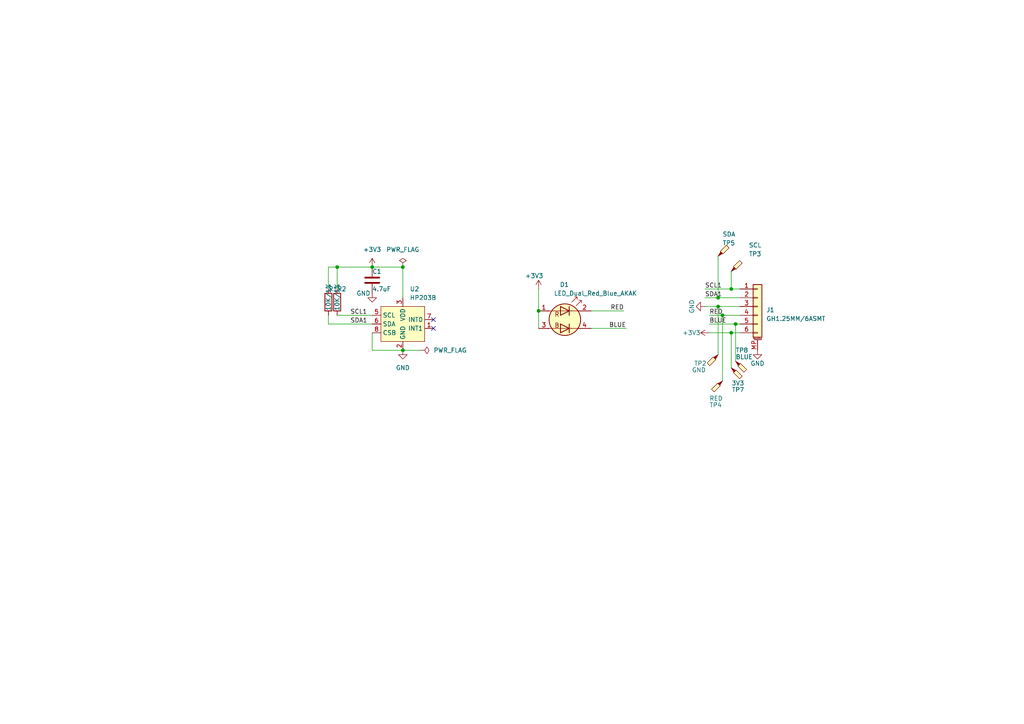
<source format=kicad_sch>
(kicad_sch (version 20230121) (generator eeschema)
  (paper "A4")
  (title_block (title "EHSLS-01-Baro") (date "2022-05-09") (rev "V0.1"))
  (lib_symbols
    (symbol "Connector:TestPoint_Probe" (pin_numbers hide) (pin_names (offset 0.762) hide)
      (property "Reference" "TP" (at 1.651 5.842 0))
      (property "Value" "TestPoint_Probe" (at 1.651 4.064 0))
      (symbol "TestPoint_Probe_0_1"
        (polyline (pts (xy 1.27 0.762) (xy 0 0) (xy 0.762 1.27) (xy 1.27 0.762)) (fill (type outline)))
        (polyline (pts (xy 1.397 0.635) (xy 0.635 1.397) (xy 2.413 3.175) (xy 3.175 2.413) (xy 1.397 0.635)) (fill (type background)))
      )
      (symbol "TestPoint_Probe_1_1"
        (pin passive line (at 0 0 90) (length 0) (name "1") (number "1"))
      )
    )
    (symbol "Connector_Generic_MountingPin:Conn_01x06_MountingPin" (pin_names (offset 1.016) hide)
      (property "Reference" "J" (at 0 7.62 0))
      (property "Value" "Conn_01x06_MountingPin" (at 1.27 -10.16 0))
      (symbol "Conn_01x06_MountingPin_1_1"
        (rectangle (start -1.27 -7.493) (end 0 -7.747) (stroke (width 0.1524)))
        (rectangle (start -1.27 -4.953) (end 0 -5.207) (stroke (width 0.1524)))
        (rectangle (start -1.27 -2.413) (end 0 -2.667) (stroke (width 0.1524)))
        (rectangle (start -1.27 0.127) (end 0 -0.127) (stroke (width 0.1524)))
        (rectangle (start -1.27 2.667) (end 0 2.413) (stroke (width 0.1524)))
        (rectangle (start -1.27 5.207) (end 0 4.953) (stroke (width 0.1524)))
        (rectangle (start -1.27 6.35) (end 1.27 -8.89) (stroke (width 0.254)) (fill (type background)))
        (polyline (pts (xy -1.016 -9.652) (xy 1.016 -9.652)) (stroke (width 0.1524)))
        (text "Mounting" (at 0 -9.271 0) (effects (font (size 0.381 0.381))))
        (pin passive line (at -5.08 5.08 0) (length 3.81) (name "Pin_1") (number "1"))
        (pin passive line (at -5.08 2.54 0) (length 3.81) (name "Pin_2") (number "2"))
        (pin passive line (at -5.08 0 0) (length 3.81) (name "Pin_3") (number "3"))
        (pin passive line (at -5.08 -2.54 0) (length 3.81) (name "Pin_4") (number "4"))
        (pin passive line (at -5.08 -5.08 0) (length 3.81) (name "Pin_5") (number "5"))
        (pin passive line (at -5.08 -7.62 0) (length 3.81) (name "Pin_6") (number "6"))
        (pin passive line (at 0 -12.7 90) (length 3.048) (name "MountPin") (number "MP"))
      )
    )
    (symbol "Device:C" (pin_numbers hide) (pin_names (offset 0.254))
      (property "Reference" "C" (at 0.635 2.54 0))
      (property "Value" "C" (at 0.635 -2.54 0))
      (symbol "C_0_1"
        (polyline (pts (xy -2.032 -0.762) (xy 2.032 -0.762)) (stroke (width 0.508)))
        (polyline (pts (xy -2.032 0.762) (xy 2.032 0.762)) (stroke (width 0.508)))
      )
      (symbol "C_1_1"
        (pin passive line (at 0 3.81 270) (length 2.794) (name "~") (number "1"))
        (pin passive line (at 0 -3.81 90) (length 2.794) (name "~") (number "2"))
      )
    )
    (symbol "Device:R" (pin_numbers hide) (pin_names (offset 0))
      (property "Reference" "R" (at 2.032 0 90))
      (property "Value" "R" (at 0 0 90))
      (symbol "R_0_1"
        (rectangle (start -1.016 -2.54) (end 1.016 2.54) (stroke (width 0.254)))
      )
      (symbol "R_1_1"
        (pin passive line (at 0 3.81 270) (length 1.27) (name "~") (number "1"))
        (pin passive line (at 0 -3.81 90) (length 1.27) (name "~") (number "2"))
      )
    )
    (symbol "Ovo_Device:LED_Dual_Red_Blue_AKAK" (pin_names (offset 0) hide)
      (property "Reference" "D2" (at -11.43 -5.08 0))
      (property "Value" "LED_Dual_Red_Blue_AKAK" (at 0 -5.08 0))
      (symbol "LED_Dual_Red_Blue_AKAK_0_0"
        (text "B" (at -2.286 -1.651 0) (effects (font (size 1.27 1.27))))
        (text "R" (at -2.286 1.524 0) (effects (font (size 1.27 1.27))))
      )
      (symbol "LED_Dual_Red_Blue_AKAK_0_1"
        (polyline (pts (xy -5.08 -2.54) (xy 2.032 -2.54)))
        (polyline (pts (xy -5.08 2.54) (xy 2.032 2.54)))
        (polyline (pts (xy 1.27 -1.27) (xy 1.27 -3.81)) (stroke (width 0.254)))
        (polyline (pts (xy 1.27 3.81) (xy 1.27 1.27)) (stroke (width 0.254)))
        (polyline (pts (xy 3.81 -2.54) (xy 1.905 -2.54)))
        (polyline (pts (xy 3.81 2.54) (xy 1.905 2.54)))
        (polyline (pts (xy -1.27 -1.27) (xy -1.27 -3.81) (xy 1.27 -2.54) (xy -1.27 -1.27)) (stroke (width 0.254)))
        (polyline (pts (xy -1.27 3.81) (xy -1.27 1.27) (xy 1.27 2.54) (xy -1.27 3.81)) (stroke (width 0.254)))
        (polyline (pts (xy 2.032 5.08) (xy 3.556 6.604) (xy 2.794 6.604) (xy 3.556 6.604) (xy 3.556 5.842)))
        (polyline (pts (xy 3.302 4.064) (xy 4.826 5.588) (xy 4.064 5.588) (xy 4.826 5.588) (xy 4.826 4.826)))
        (circle (center 0 0) (radius 4.572) (stroke (width 0.254)) (fill (type background)))
      )
      (symbol "LED_Dual_Red_Blue_AKAK_1_1"
        (pin input line (at -7.62 2.54 0) (length 3.048) (name "A1") (number "1"))
        (pin input line (at 7.62 2.54 180) (length 3.81) (name "K1") (number "2"))
        (pin input line (at -7.62 -2.54 0) (length 3.048) (name "A2") (number "3"))
        (pin input line (at 7.62 -2.54 180) (length 3.81) (name "K2") (number "4"))
      )
    )
    (symbol "Ovo_Sensor_Pressure:HP203B"
      (property "Reference" "U" (at 2.54 8.89 0))
      (property "Value" "HP203B" (at 5.08 6.35 0))
      (symbol "HP203B_0_1"
        (rectangle (start -6.35 5.08) (end 6.35 -5.08) (fill (type background)))
      )
      (symbol "HP203B_1_1"
        (pin output line (at 8.89 -1.27 180) (length 2.54) (name "INT1") (number "1"))
        (pin power_in line (at 0 -7.62 90) (length 2.54) (name "GND") (number "2"))
        (pin power_in line (at 0 7.62 270) (length 2.54) (name "VDD") (number "3"))
        (pin no_connect line (at -3.81 -7.62 90) (length 2.54) hide (name "NC") (number "4"))
        (pin input line (at -8.89 2.54 0) (length 2.54) (name "SCL") (number "5"))
        (pin bidirectional line (at -8.89 0 0) (length 2.54) (name "SDA") (number "6"))
        (pin output line (at 8.89 1.27 180) (length 2.54) (name "INT0") (number "7"))
        (pin input line (at -8.89 -2.54 0) (length 2.54) (name "CSB") (number "8"))
      )
    )
    (symbol "power:+3V3" (power) (pin_names (offset 0))
      (property "Value" "+3V3" (at 0 3.556 0))
      (symbol "+3V3_0_1"
        (polyline (pts (xy -0.762 1.27) (xy 0 2.54)))
        (polyline (pts (xy 0 0) (xy 0 2.54)))
        (polyline (pts (xy 0 2.54) (xy 0.762 1.27)))
      )
      (symbol "+3V3_1_1"
        (pin power_in line (at 0 0 90) (length 0) hide (name "+3V3") (number "1"))
      )
    )
    (symbol "power:GND" (power) (pin_names (offset 0))
      (property "Value" "GND" (at 0 -3.81 0))
      (symbol "GND_0_1"
        (polyline (pts (xy 0 0) (xy 0 -1.27) (xy 1.27 -1.27) (xy 0 -2.54) (xy -1.27 -1.27) (xy 0 -1.27)))
      )
      (symbol "GND_1_1"
        (pin power_in line (at 0 0 270) (length 0) hide (name "GND") (number "1"))
      )
    )
    (symbol "power:PWR_FLAG" (power) (pin_numbers hide) (pin_names (offset 0) hide)
      (property "Value" "PWR_FLAG" (at 0 3.81 0))
      (symbol "PWR_FLAG_0_0"
        (pin power_out line (at 0 0 90) (length 0) (name "pwr") (number "1"))
      )
      (symbol "PWR_FLAG_0_1"
        (polyline (pts (xy 0 0) (xy 0 1.27) (xy -1.016 1.905) (xy 0 2.54) (xy 1.016 1.905) (xy 0 1.27)))
      )
    )
  )
  (junction (at 209.55 91.44))
  (junction (at 213.36 93.98))
  (junction (at 212.09 83.82))
  (junction (at 116.84 77.47))
  (junction (at 208.28 88.9))
  (junction (at 156.21 90.17))
  (junction (at 212.09 96.52))
  (junction (at 116.84 101.6))
  (junction (at 97.79 77.47))
  (junction (at 208.28 86.36))
  (junction (at 107.95 77.47))
  (no_connect (at 125.73 92.71))
  (no_connect (at 125.73 95.25))
  (wire (pts (xy 212.09 83.82) (xy 214.63 83.82)))
  (wire (pts (xy 116.84 101.6) (xy 121.92 101.6)))
  (wire (pts (xy 205.74 91.44) (xy 209.55 91.44)))
  (wire (pts (xy 204.47 88.9) (xy 208.28 88.9)))
  (wire (pts (xy 95.25 91.44) (xy 95.25 93.98)))
  (wire (pts (xy 95.25 77.47) (xy 97.79 77.47)))
  (wire (pts (xy 97.79 91.44) (xy 107.95 91.44)))
  (wire (pts (xy 116.84 77.47) (xy 116.84 86.36)))
  (wire (pts (xy 213.36 93.98) (xy 214.63 93.98)))
  (wire (pts (xy 208.28 102.87) (xy 208.28 88.9)))
  (wire (pts (xy 212.09 78.74) (xy 212.09 83.82)))
  (wire (pts (xy 171.45 90.17) (xy 180.9496 90.17)))
  (wire (pts (xy 97.79 83.82) (xy 97.79 77.47)))
  (wire (pts (xy 209.55 91.44) (xy 214.63 91.44)))
  (wire (pts (xy 107.95 77.47) (xy 116.84 77.47)))
  (wire (pts (xy 95.25 93.98) (xy 107.95 93.98)))
  (wire (pts (xy 208.28 86.36) (xy 214.63 86.36)))
  (wire (pts (xy 208.28 88.9) (xy 214.63 88.9)))
  (wire (pts (xy 95.25 83.82) (xy 95.25 77.47)))
  (wire (pts (xy 171.45 95.25) (xy 181.61 95.25)))
  (wire (pts (xy 204.47 86.36) (xy 208.28 86.36)))
  (wire (pts (xy 212.09 106.68) (xy 212.09 96.52)))
  (wire (pts (xy 107.95 101.6) (xy 116.84 101.6)))
  (wire (pts (xy 156.21 83.82) (xy 156.21 90.17)))
  (wire (pts (xy 208.28 74.295) (xy 208.28 86.36)))
  (wire (pts (xy 209.55 110.49) (xy 209.55 91.44)))
  (wire (pts (xy 204.47 83.82) (xy 212.09 83.82)))
  (wire (pts (xy 205.74 96.52) (xy 212.09 96.52)))
  (wire (pts (xy 97.79 77.47) (xy 107.95 77.47)))
  (wire (pts (xy 212.09 96.52) (xy 214.63 96.52)))
  (wire (pts (xy 213.36 104.775) (xy 213.36 93.98)))
  (wire (pts (xy 107.95 96.52) (xy 107.95 101.6)))
  (wire (pts (xy 205.74 93.98) (xy 213.36 93.98)))
  (wire (pts (xy 156.21 90.17) (xy 156.21 95.25)))
  (label "SDA1" (at 204.47 86.36 0))
  (label "BLUE" (at 205.74 93.98 0))
  (label "SDA1" (at 101.6 93.98 0))
  (label "BLUE" (at 181.61 95.25 180))
  (label "RED" (at 180.9496 90.17 180))
  (label "SCL1" (at 101.6 91.44 0))
  (label "SCL1" (at 204.47 83.82 0))
  (label "RED" (at 205.74 91.44 0))
  (symbol (lib_id "Connector:TestPoint_Probe") (at 208.28 74.295 0) (unit 1)
    (property "Reference" "TP5" (at 209.55 70.485 0) (effects (justify left)))
    (property "Value" "SDA" (at 209.55 67.945 0) (effects (justify left)))
    (property "Footprint" "TestPoint:TestPoint_Pad_D1.0mm" (effects hide))
  )
  (symbol (lib_id "Connector_Generic_MountingPin:Conn_01x06_MountingPin") (at 219.71 88.9 0) (unit 1)
    (property "Reference" "J1" (at 222.25 89.8906 0) (effects (justify left)))
    (property "Value" "GH1.25MM/6ASMT" (at 222.25 92.4306 0) (effects (justify left)))
    (property "Footprint" "Connector_JST:JST_GH_BM06B-GHS-TBT_1x06-1MP_P1.25mm_Vertical" (effects hide))
  )
  (symbol (lib_id "Connector:TestPoint_Probe") (at 212.09 78.74 0) (unit 1)
    (property "Reference" "TP3" (at 217.17 73.66 0) (effects (justify left)))
    (property "Value" "SCL" (at 217.17 71.12 0) (effects (justify left)))
    (property "Footprint" "TestPoint:TestPoint_Pad_D1.0mm" (effects hide))
  )
  (symbol (lib_id "Ovo_Device:LED_Dual_Red_Blue_AKAK") (at 163.83 92.71 0) (unit 1)
    (property "Reference" "D1" (at 163.703 82.55 0))
    (property "Value" "LED_Dual_Red_Blue_AKAK" (at 172.72 85.09 0))
    (property "Footprint" "Ovo_LED_SMD:LED_Dual_1.6x1.5mm" (effects hide))
  )
  (symbol (lib_id "Device:R") (at 97.79 87.63 0) (unit 1)
    (property "Reference" "R2" (at 97.79 83.82 0) (effects (justify left)))
    (property "Value" "10K/1%" (at 97.79 90.17 90) (effects (justify left)))
    (property "Footprint" "Resistor_SMD:R_0603_1608Metric" (effects hide))
  )
  (symbol (lib_id "power:+3V3") (at 205.74 96.52 90) (unit 1)
    (property "Reference" "#PWR013" (effects hide))
    (property "Value" "+3V3" (at 203.2 96.52 90) (effects (justify left)))
  )
  (symbol (lib_id "Ovo_Sensor_Pressure:HP203B") (at 116.84 93.98 0) (unit 1)
    (property "Reference" "U2" (at 118.8594 83.82 0) (effects (justify left)))
    (property "Value" "HP203B" (at 118.8594 86.36 0) (effects (justify left)))
    (property "Footprint" "Ovo_Package_LGA:HOPERF_LGA-8_3.8x3.6mm_P0.9mm" (effects hide))
  )
  (symbol (lib_id "power:+3V3") (at 156.21 83.82 0) (unit 1)
    (property "Reference" "#PWR04" (effects hide))
    (property "Value" "+3V3" (at 154.94 80.01 0))
  )
  (symbol (lib_id "power:GND") (at 116.84 101.6 0) (unit 1)
    (property "Reference" "#PWR03" (effects hide))
    (property "Value" "GND" (at 116.84 106.68 0))
  )
  (symbol (lib_id "Device:R") (at 95.25 87.63 0) (unit 1)
    (property "Reference" "R1" (at 95.25 83.82 0) (effects (justify left)))
    (property "Value" "10K/1%" (at 95.25 90.17 90) (effects (justify left)))
    (property "Footprint" "Resistor_SMD:R_0603_1608Metric" (effects hide))
  )
  (symbol (lib_id "Connector:TestPoint_Probe") (at 212.09 106.68 270) (unit 1)
    (property "Reference" "TP7" (at 215.9 113.03 90) (effects (justify right)))
    (property "Value" "3V3" (at 215.9 111.125 90) (effects (justify right)))
    (property "Footprint" "TestPoint:TestPoint_Pad_D1.0mm" (effects hide))
  )
  (symbol (lib_id "Connector:TestPoint_Probe") (at 209.55 110.49 180) (unit 1)
    (property "Reference" "TP4" (at 205.74 117.475 0) (effects (justify right)))
    (property "Value" "RED" (at 205.74 115.57 0) (effects (justify right)))
    (property "Footprint" "TestPoint:TestPoint_Pad_D1.0mm" (effects hide))
  )
  (symbol (lib_id "power:PWR_FLAG") (at 116.84 77.47 0) (unit 1)
    (property "Reference" "#FLG01" (effects hide))
    (property "Value" "PWR_FLAG" (at 116.84 72.39 0))
  )
  (symbol (lib_id "power:PWR_FLAG") (at 121.92 101.6 270) (unit 1)
    (property "Reference" "#FLG02" (effects hide))
    (property "Value" "PWR_FLAG" (at 125.73 101.5999 90) (effects (justify left)))
  )
  (symbol (lib_id "power:GND") (at 107.95 85.09 0) (unit 1)
    (property "Reference" "#PWR02" (effects hide))
    (property "Value" "GND" (at 105.41 85.09 0))
  )
  (symbol (lib_id "Connector:TestPoint_Probe") (at 208.28 102.87 180) (unit 1)
    (property "Reference" "TP2" (at 201.295 105.41 0) (effects (justify right)))
    (property "Value" "GND" (at 200.66 107.315 0) (effects (justify right)))
    (property "Footprint" "TestPoint:TestPoint_Pad_D1.0mm" (effects hide))
  )
  (symbol (lib_id "power:GND") (at 219.71 101.6 0) (unit 1)
    (property "Reference" "#PWR05" (effects hide))
    (property "Value" "GND" (at 219.71 105.41 0))
  )
  (symbol (lib_id "power:+3V3") (at 107.95 77.47 0) (unit 1)
    (property "Reference" "#PWR01" (effects hide))
    (property "Value" "+3V3" (at 107.95 72.39 0))
  )
  (symbol (lib_id "Device:C") (at 107.95 81.28 0) (unit 1)
    (property "Reference" "C1" (at 107.95 78.74 0) (effects (justify left)))
    (property "Value" "4.7uF" (at 107.95 83.82 0) (effects (justify left)))
    (property "Footprint" "Capacitor_SMD:C_0603_1608Metric" (effects hide))
  )
  (symbol (lib_id "Connector:TestPoint_Probe") (at 213.36 104.775 270) (unit 1)
    (property "Reference" "TP8" (at 213.36 101.6 90) (effects (justify left)))
    (property "Value" "BLUE" (at 213.36 103.505 90) (effects (justify left)))
    (property "Footprint" "TestPoint:TestPoint_Pad_D1.0mm" (effects hide))
  )
  (symbol (lib_id "power:GND") (at 204.47 88.9 270) (unit 1)
    (property "Reference" "#PWR014" (effects hide))
    (property "Value" "GND" (at 200.66 88.9 0))
  )
)
</source>
